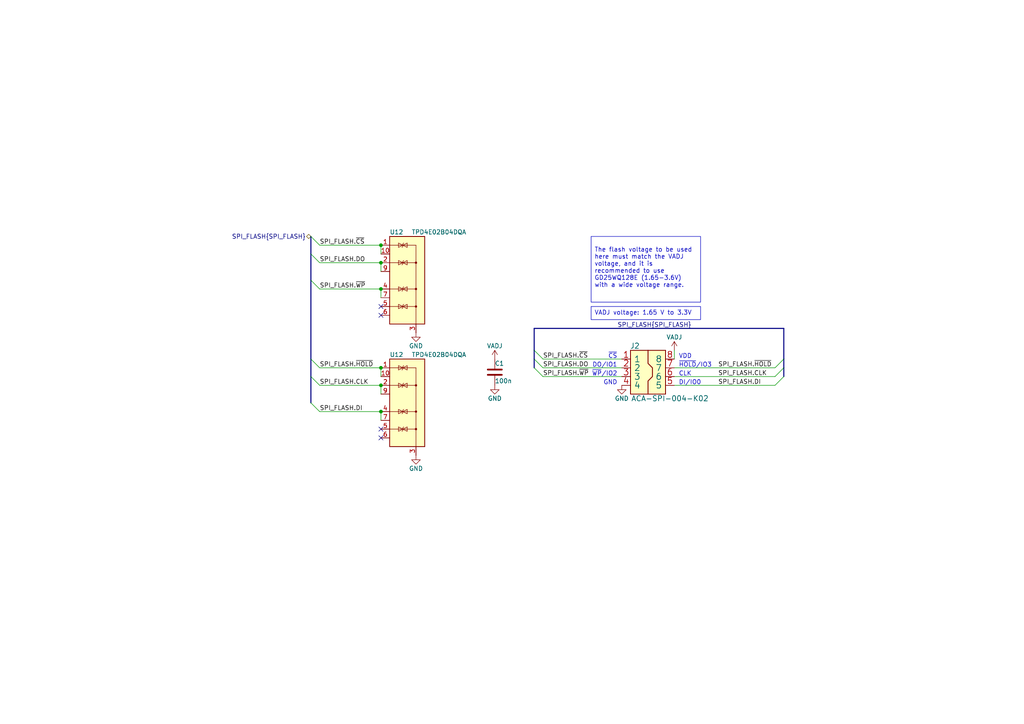
<source format=kicad_sch>
(kicad_sch (version 20230121) (generator eeschema)
  (paper "A4")
  (title_block (title "SPI FLASH") (date "2023-03-02") (rev "1.0.5") (company "CHIPS Alliance") (comment 1 "Rui Huang (2023-03-02)") (comment 2 "Rui Huang (2023-03-02)") (comment 4 "Rui Huang (2023-03-02)"))
  (lib_symbols
    (symbol "CHIPSAlliance_Connector:ACA-SPI-004-K02" (pin_names (offset 1.016))
      (property "Reference" "J" (at 0 0 0))
      (property "Value" "ACA-SPI-004-K02" (at 0 -15.24 0))
      (symbol "ACA-SPI-004-K02_0_1"
        (polyline (pts (xy 5.08 0) (xy 5.08 -3.81) (xy 6.35 -5.08) (xy 6.35 -7.62) (xy 5.08 -8.89) (xy 5.08 -12.7)) (stroke (width 0.254)))
        (rectangle (start 0 0) (end 10.16 -12.7) (stroke (width 0.254)) (fill (type background)))
        (pin passive line (at -2.54 -2.54 0) (length 2.54) (name "1") (number "1"))
        (pin passive line (at -2.54 -5.08 0) (length 2.54) (name "2") (number "2"))
        (pin passive line (at -2.54 -7.62 0) (length 2.54) (name "3") (number "3"))
        (pin passive line (at -2.54 -10.16 0) (length 2.54) (name "4") (number "4"))
        (pin passive line (at 12.7 -10.16 180) (length 2.54) (name "5") (number "5"))
        (pin passive line (at 12.7 -7.62 180) (length 2.54) (name "6") (number "6"))
        (pin passive line (at 12.7 -5.08 180) (length 2.54) (name "7") (number "7"))
        (pin passive line (at 12.7 -2.54 180) (length 2.54) (name "8") (number "8"))
      )
    )
    (symbol "CHIPSAlliance_Power:GND" (power) (pin_names (offset 0))
      (property "Value" "GND" (at 0 -3.81 0))
      (symbol "GND_0_1"
        (polyline (pts (xy 0 0) (xy 0 -1.27) (xy 1.27 -1.27) (xy 0 -2.54) (xy -1.27 -1.27) (xy 0 -1.27)))
      )
      (symbol "GND_1_1"
        (pin power_in line (at 0 0 270) (length 0) hide (name "GND") (number "1"))
      )
    )
    (symbol "CHIPSAlliance_Power:VADJ" (power) (pin_names (offset 0))
      (property "Value" "VADJ" (at 0 3.81 0))
      (symbol "VADJ_0_1"
        (polyline (pts (xy -0.762 1.27) (xy 0 2.54)))
        (polyline (pts (xy 0 0) (xy 0 2.54)))
        (polyline (pts (xy 0 2.54) (xy 0.762 1.27)))
      )
      (symbol "VADJ_1_1"
        (pin power_in line (at 0 0 90) (length 0) hide (name "VADJ") (number "1"))
      )
    )
    (symbol "Device:C" (pin_numbers hide) (pin_names (offset 0.254))
      (property "Reference" "C" (at 0.635 2.54 0))
      (property "Value" "C" (at 0.635 -2.54 0))
      (symbol "C_0_1"
        (polyline (pts (xy -2.032 -0.762) (xy 2.032 -0.762)) (stroke (width 0.508)))
        (polyline (pts (xy -2.032 0.762) (xy 2.032 0.762)) (stroke (width 0.508)))
      )
      (symbol "C_1_1"
        (pin passive line (at 0 3.81 270) (length 2.794) (name "~") (number "1"))
        (pin passive line (at 0 -3.81 90) (length 2.794) (name "~") (number "2"))
      )
    )
    (symbol "Power_Protection:TPD4E02B04DQA" (pin_names hide)
      (property "Reference" "U" (at 2.54 -11.43 0))
      (property "Value" "TPD4E02B04DQA" (at 7.62 1.905 0))
      (symbol "TPD4E02B04DQA_0_0"
        (pin passive line (at 2.54 -15.24 90) (length 2.54) (name "G") (number "3"))
      )
      (symbol "TPD4E02B04DQA_0_1"
        (rectangle (start -5.08 12.7) (end 5.08 -12.7) (stroke (width 0.254)) (fill (type background)))
        (polyline (pts (xy -5.08 -7.62) (xy 2.54 -7.62)))
        (polyline (pts (xy -5.08 -2.54) (xy 2.54 -2.54)))
        (polyline (pts (xy -5.08 5.08) (xy 2.54 5.08)))
        (polyline (pts (xy -5.08 10.16) (xy 2.54 10.16)))
        (polyline (pts (xy 2.54 10.16) (xy 2.54 -12.7)) (stroke (width 0.1524)))
        (polyline (pts (xy -1.27 -7.62) (xy 0 -8.255) (xy 0 -6.985) (xy -1.27 -7.62)))
        (polyline (pts (xy -1.27 -2.54) (xy 0 -3.175) (xy 0 -1.905) (xy -1.27 -2.54)))
        (polyline (pts (xy -1.27 5.08) (xy 0 4.445) (xy 0 5.715) (xy -1.27 5.08)))
        (polyline (pts (xy -1.27 10.16) (xy 0 9.525) (xy 0 10.795) (xy -1.27 10.16)))
        (circle (center 2.54 -7.62) (radius 0.254) (fill (type outline)))
        (circle (center 2.54 -2.54) (radius 0.254) (fill (type outline)))
        (circle (center 2.54 5.08) (radius 0.254) (fill (type outline)))
      )
      (symbol "TPD4E02B04DQA_1_1"
        (polyline (pts (xy -1.524 -8.255) (xy -1.27 -8.001) (xy -1.27 -7.239) (xy -1.016 -6.985)))
        (polyline (pts (xy -1.524 -3.175) (xy -1.27 -2.921) (xy -1.27 -2.159) (xy -1.016 -1.905)))
        (polyline (pts (xy -1.524 4.445) (xy -1.27 4.699) (xy -1.27 5.461) (xy -1.016 5.715)))
        (polyline (pts (xy -1.524 9.525) (xy -1.27 9.779) (xy -1.27 10.541) (xy -1.016 10.795)))
        (polyline (pts (xy -1.27 -7.62) (xy -2.54 -8.255) (xy -2.54 -6.985) (xy -1.27 -7.62)))
        (polyline (pts (xy -1.27 -2.54) (xy -2.54 -3.175) (xy -2.54 -1.905) (xy -1.27 -2.54)))
        (polyline (pts (xy -1.27 5.08) (xy -2.54 4.445) (xy -2.54 5.715) (xy -1.27 5.08)))
        (polyline (pts (xy -1.27 10.16) (xy -2.54 9.525) (xy -2.54 10.795) (xy -1.27 10.16)))
        (pin passive line (at -7.62 10.16 0) (length 2.54) (name "IO1") (number "1"))
        (pin free line (at -7.62 7.62 0) (length 2.54) (name "NC") (number "10"))
        (pin passive line (at -7.62 5.08 0) (length 2.54) (name "IO2") (number "2"))
        (pin passive line (at -7.62 -2.54 0) (length 2.54) (name "IO3") (number "4"))
        (pin passive line (at -7.62 -7.62 0) (length 2.54) (name "IO4") (number "5"))
        (pin free line (at -7.62 -10.16 0) (length 2.54) (name "NC") (number "6"))
        (pin free line (at -7.62 -5.08 0) (length 2.54) (name "NC") (number "7"))
        (pin passive line (at 2.54 -15.24 90) (length 2.54) hide (name "G") (number "8"))
        (pin free line (at -7.62 2.54 0) (length 2.54) (name "NC") (number "9"))
      )
    )
  )
  (bus_alias "SPI_FLASH" (members "~{CS}" "DO" "~{WP}" "~{HOLD}" "CLK" "DI"))
  (junction (at 110.49 83.82))
  (junction (at 110.49 71.12))
  (junction (at 110.49 119.38))
  (junction (at 110.49 106.68))
  (junction (at 110.49 76.2))
  (junction (at 110.49 111.76))
  (no_connect (at 110.49 88.9))
  (no_connect (at 110.49 127))
  (no_connect (at 110.49 124.46))
  (no_connect (at 110.49 91.44))
  (bus_entry (at 224.79 111.76) (size 2.54 -2.54))
  (bus_entry (at 157.48 106.68) (size -2.54 -2.54))
  (bus_entry (at 90.17 68.58) (size 2.54 2.54))
  (bus_entry (at 157.48 109.22) (size -2.54 -2.54))
  (bus_entry (at 224.79 109.22) (size 2.54 -2.54))
  (bus_entry (at 90.17 81.28) (size 2.54 2.54))
  (bus_entry (at 90.17 116.84) (size 2.54 2.54))
  (bus_entry (at 90.17 109.22) (size 2.54 2.54))
  (bus_entry (at 157.48 104.14) (size -2.54 -2.54))
  (bus_entry (at 90.17 104.14) (size 2.54 2.54))
  (bus_entry (at 90.17 73.66) (size 2.54 2.54))
  (bus_entry (at 224.79 106.68) (size 2.54 -2.54))
  (bus (pts (xy 227.33 95.25) (xy 227.33 104.14)))
  (wire (pts (xy 157.48 109.22) (xy 180.34 109.22)))
  (wire (pts (xy 92.71 83.82) (xy 110.49 83.82)))
  (wire (pts (xy 110.49 71.12) (xy 110.49 73.66)))
  (bus (pts (xy 90.17 68.58) (xy 90.17 73.66)))
  (wire (pts (xy 110.49 121.92) (xy 110.49 119.38)))
  (bus (pts (xy 154.94 95.25) (xy 154.94 101.6)))
  (wire (pts (xy 157.48 106.68) (xy 180.34 106.68)))
  (wire (pts (xy 195.58 101.6) (xy 195.58 104.14)))
  (bus (pts (xy 154.94 104.14) (xy 154.94 106.68)))
  (wire (pts (xy 92.71 119.38) (xy 110.49 119.38)))
  (wire (pts (xy 195.58 106.68) (xy 224.79 106.68)))
  (bus (pts (xy 227.33 104.14) (xy 227.33 106.68)))
  (bus (pts (xy 90.17 109.22) (xy 90.17 116.84)))
  (bus (pts (xy 90.17 104.14) (xy 90.17 109.22)))
  (wire (pts (xy 110.49 111.76) (xy 110.49 114.3)))
  (bus (pts (xy 90.17 81.28) (xy 90.17 104.14)))
  (wire (pts (xy 195.58 111.76) (xy 224.79 111.76)))
  (wire (pts (xy 92.71 71.12) (xy 110.49 71.12)))
  (wire (pts (xy 110.49 86.36) (xy 110.49 83.82)))
  (bus (pts (xy 90.17 73.66) (xy 90.17 81.28)))
  (wire (pts (xy 92.71 111.76) (xy 110.49 111.76)))
  (bus (pts (xy 227.33 106.68) (xy 227.33 109.22)))
  (wire (pts (xy 92.71 76.2) (xy 110.49 76.2)))
  (bus (pts (xy 154.94 95.25) (xy 227.33 95.25)))
  (bus (pts (xy 154.94 101.6) (xy 154.94 104.14)))
  (wire (pts (xy 110.49 106.68) (xy 110.49 109.22)))
  (wire (pts (xy 157.48 104.14) (xy 180.34 104.14)))
  (wire (pts (xy 110.49 76.2) (xy 110.49 78.74)))
  (wire (pts (xy 195.58 109.22) (xy 224.79 109.22)))
  (wire (pts (xy 92.71 106.68) (xy 110.49 106.68)))
  (text_box "\nThe flash voltage to be used here must match the VADJ voltage, and it is recommended to use GD25WQ128E (1.65-3.6V) with a wide voltage range." (at 171.45 68.58 0) (size 31.75 19.05) (effects (font (size 1.27 1.27)) (justify left top)))
  (text_box "VADJ voltage: 1.65 V to 3.3V" (at 171.45 88.9 0) (size 31.75 3.81) (effects (font (size 1.27 1.27)) (justify left top)))
  (text "DO/IO1" (at 179.07 106.68 0) (effects (font (size 1.27 1.27)) (justify right bottom)))
  (text "~{WP}/IO2" (at 179.07 109.22 0) (effects (font (size 1.27 1.27)) (justify right bottom)))
  (text "CLK" (at 196.85 109.22 0) (effects (font (size 1.27 1.27)) (justify left bottom)))
  (text "~{CS}" (at 179.07 104.14 0) (effects (font (size 1.27 1.27)) (justify right bottom)))
  (text "DI/IO0" (at 196.85 111.76 0) (effects (font (size 1.27 1.27)) (justify left bottom)))
  (text "~{HOLD}/IO3" (at 196.85 106.68 0) (effects (font (size 1.27 1.27)) (justify left bottom)))
  (text "VDD" (at 196.85 104.14 0) (effects (font (size 1.27 1.27)) (justify left bottom)))
  (text "GND" (at 179.07 111.76 0) (effects (font (size 1.27 1.27)) (justify right bottom)))
  (label "SPI_FLASH.CLK" (at 92.71 111.76 0))
  (label "SPI_FLASH.DI" (at 208.28 111.76 0))
  (label "SPI_FLASH.~{CS}" (at 92.71 71.12 0))
  (label "SPI_FLASH.~{HOLD}" (at 208.28 106.68 0))
  (label "SPI_FLASH.~{CS}" (at 157.48 104.14 0))
  (label "SPI_FLASH.DO" (at 157.48 106.68 0))
  (label "SPI_FLASH.~{HOLD}" (at 92.71 106.68 0))
  (label "SPI_FLASH.~{WP}" (at 92.71 83.82 0))
  (label "SPI_FLASH.DI" (at 92.71 119.38 0))
  (label "SPI_FLASH.~{WP}" (at 157.48 109.22 0))
  (label "SPI_FLASH.DO" (at 92.71 76.2 0))
  (label "SPI_FLASH{SPI_FLASH}" (at 179.07 95.25 0))
  (label "SPI_FLASH.CLK" (at 208.28 109.22 0))
  (hierarchical_label "SPI_FLASH{SPI_FLASH}" (shape bidirectional) (at 90.17 68.58 180))
  (symbol (lib_id "Power_Protection:TPD4E02B04DQA") (at 118.11 81.28 0) (unit 1)
    (property "Reference" "U12" (at 113.03 67.31 0) (effects (justify left)))
    (property "Value" "TPD4E02B04DQA" (at 119.38 67.31 0) (effects (justify left)))
    (property "Footprint" "Package_SON:USON-10_2.5x1.0mm_P0.5mm" (effects hide))
    (property "Datasheet" "http://www.ti.com/lit/ds/symlink/tpd4e02b04.pdf" (effects hide))
    (instances (project "fmc_usb_gpio_spi_jtag" (path "" (reference "U12") (unit 1)) (path "" (reference "U19") (unit 1))))
  )
  (symbol (lib_id "Power_Protection:TPD4E02B04DQA") (at 118.11 116.84 0) (unit 1)
    (property "Reference" "U12" (at 113.03 102.87 0) (effects (justify left)))
    (property "Value" "TPD4E02B04DQA" (at 119.38 102.87 0) (effects (justify left)))
    (property "Footprint" "Package_SON:USON-10_2.5x1.0mm_P0.5mm" (effects hide))
    (property "Datasheet" "http://www.ti.com/lit/ds/symlink/tpd4e02b04.pdf" (effects hide))
    (instances (project "fmc_usb_gpio_spi_jtag" (path "" (reference "U12") (unit 1)) (path "" (reference "U20") (unit 1))))
  )
  (symbol (lib_id "CHIPSAlliance_Power:VADJ") (at 143.51 104.14 0) (unit 1)
    (property "Reference" "#PWR01" (effects hide))
    (property "Value" "VADJ" (at 143.51 100.33 0))
    (instances (project "fmc_usb_gpio_spi_jtag" (path "" (reference "#PWR01") (unit 1)) (path "" (reference "#PWR083") (unit 1)) (path "" (reference "#PWR087") (unit 1))))
  )
  (symbol (lib_id "CHIPSAlliance_Power:GND") (at 180.34 111.76 0) (unit 1)
    (property "Reference" "#PWR02" (effects hide))
    (property "Value" "GND" (at 180.34 115.57 0))
    (instances (project "fmc_usb_gpio_spi_jtag" (path "" (reference "#PWR02") (unit 1)) (path "" (reference "#PWR084") (unit 1)) (path "" (reference "#PWR090") (unit 1))))
  )
  (symbol (lib_id "CHIPSAlliance_Power:GND") (at 120.65 132.08 0) (unit 1)
    (property "Reference" "#PWR02" (effects hide))
    (property "Value" "GND" (at 120.65 135.89 0))
    (instances (project "fmc_usb_gpio_spi_jtag" (path "" (reference "#PWR02") (unit 1)) (path "" (reference "#PWR099") (unit 1)) (path "" (reference "#PWR0234") (unit 1)) (path "" (reference "#PWR0237") (unit 1))))
  )
  (symbol (lib_id "Device:C") (at 143.51 107.95 0) (unit 1)
    (property "Reference" "C1" (at 143.51 105.41 0) (effects (justify left)))
    (property "Value" "100n" (at 143.51 110.49 0) (effects (justify left)))
    (property "Footprint" "Capacitor_SMD:C_0402_1005Metric" (effects hide))
    (instances (project "fmc_usb_gpio_spi_jtag" (path "" (reference "C1") (unit 1)) (path "" (reference "C2") (unit 1)) (path "" (reference "C5") (unit 1))))
  )
  (symbol (lib_id "CHIPSAlliance_Power:VADJ") (at 195.58 101.6 0) (unit 1)
    (property "Reference" "#PWR01" (effects hide))
    (property "Value" "VADJ" (at 195.58 97.79 0))
    (instances (project "fmc_usb_gpio_spi_jtag" (path "" (reference "#PWR01") (unit 1)) (path "" (reference "#PWR083") (unit 1)) (path "" (reference "#PWR089") (unit 1))))
  )
  (symbol (lib_id "CHIPSAlliance_Connector:ACA-SPI-004-K02") (at 182.88 101.6 0) (unit 1)
    (property "Reference" "J2" (at 184.15 100.33 0) (effects (font (size 1.524 1.524))))
    (property "Value" "ACA-SPI-004-K02" (at 194.31 115.57 0) (effects (font (size 1.524 1.524))))
    (property "Footprint" "CHIPSAlliance_Connector:ACA-SPI-004" (effects hide))
    (property "Datasheet" "https://atta.szlcsc.com/upload/public/pdf/source/20201125/C962129_3BCCA5D90998541809E80F476B537BA8.pdf" (effects hide))
  )
  (symbol (lib_id "CHIPSAlliance_Power:GND") (at 143.51 111.76 0) (unit 1)
    (property "Reference" "#PWR02" (effects hide))
    (property "Value" "GND" (at 143.51 115.57 0))
    (instances (project "fmc_usb_gpio_spi_jtag" (path "" (reference "#PWR02") (unit 1)) (path "" (reference "#PWR084") (unit 1)) (path "" (reference "#PWR088") (unit 1))))
  )
  (symbol (lib_id "CHIPSAlliance_Power:GND") (at 120.65 96.52 0) (unit 1)
    (property "Reference" "#PWR02" (effects hide))
    (property "Value" "GND" (at 120.65 100.33 0))
    (instances (project "fmc_usb_gpio_spi_jtag" (path "" (reference "#PWR02") (unit 1)) (path "" (reference "#PWR099") (unit 1)) (path "" (reference "#PWR0234") (unit 1)) (path "" (reference "#PWR0236") (unit 1))))
  )
)
</source>
